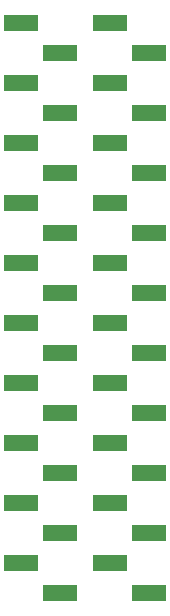
<source format=gbs>
G04 #@! TF.FileFunction,Soldermask,Bot*
%FSLAX46Y46*%
G04 Gerber Fmt 4.6, Leading zero omitted, Abs format (unit mm)*
G04 Created by KiCad (PCBNEW 4.0.7-e2-6376~58~ubuntu16.04.1) date Sat Jan 13 09:46:35 2018*
%MOMM*%
%LPD*%
G01*
G04 APERTURE LIST*
%ADD10C,0.100000*%
%ADD11R,2.910000X1.400000*%
G04 APERTURE END LIST*
D10*
D11*
X164465000Y-83414000D03*
X164465000Y-88494000D03*
X164465000Y-93574000D03*
X164465000Y-98654000D03*
X164465000Y-103734000D03*
X164465000Y-108814000D03*
X164465000Y-113894000D03*
X164465000Y-118974000D03*
X164465000Y-124054000D03*
X164465000Y-129134000D03*
X161155000Y-80874000D03*
X161155000Y-85954000D03*
X161155000Y-91034000D03*
X161155000Y-96114000D03*
X161155000Y-101194000D03*
X161155000Y-106274000D03*
X161155000Y-111354000D03*
X161155000Y-116434000D03*
X161155000Y-121514000D03*
X161155000Y-126594000D03*
X156980000Y-83414000D03*
X156980000Y-88494000D03*
X156980000Y-93574000D03*
X156980000Y-98654000D03*
X156980000Y-103734000D03*
X156980000Y-108814000D03*
X156980000Y-113894000D03*
X156980000Y-118974000D03*
X156980000Y-124054000D03*
X156980000Y-129134000D03*
X153670000Y-80874000D03*
X153670000Y-85954000D03*
X153670000Y-91034000D03*
X153670000Y-96114000D03*
X153670000Y-101194000D03*
X153670000Y-106274000D03*
X153670000Y-111354000D03*
X153670000Y-116434000D03*
X153670000Y-121514000D03*
X153670000Y-126594000D03*
M02*

</source>
